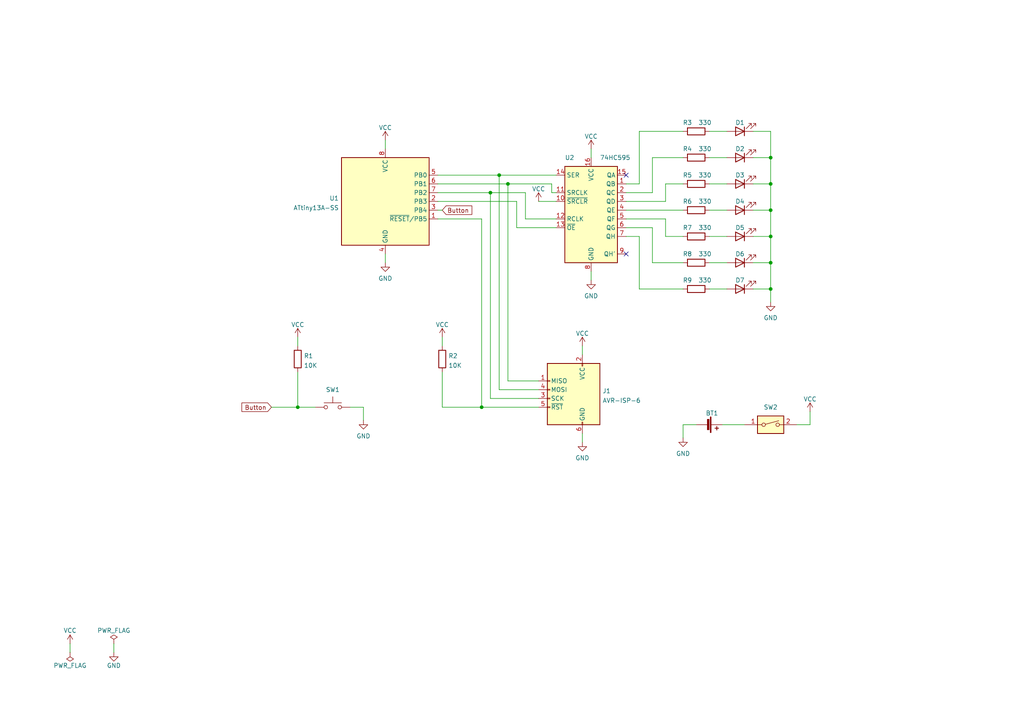
<source format=kicad_sch>
(kicad_sch (version 20211123) (generator eeschema)
  (paper "A4")
  (lib_symbols
    (symbol "74xx:74HC595"
      (property "Reference" "U" (at -7.62 13.97 0))
      (property "Value" "74HC595" (at -7.62 -16.51 0))
      (symbol "74HC595_1_0"
        (pin tri_state line (at 10.16 7.62 180) (length 2.54) (name "QB") (number "1"))
        (pin input line (at -10.16 2.54 0) (length 2.54) (name "~{SRCLR}") (number "10"))
        (pin input line (at -10.16 5.08 0) (length 2.54) (name "SRCLK") (number "11"))
        (pin input line (at -10.16 -2.54 0) (length 2.54) (name "RCLK") (number "12"))
        (pin input line (at -10.16 -5.08 0) (length 2.54) (name "~{OE}") (number "13"))
        (pin input line (at -10.16 10.16 0) (length 2.54) (name "SER") (number "14"))
        (pin tri_state line (at 10.16 10.16 180) (length 2.54) (name "QA") (number "15"))
        (pin power_in line (at 0 15.24 270) (length 2.54) (name "VCC") (number "16"))
        (pin tri_state line (at 10.16 5.08 180) (length 2.54) (name "QC") (number "2"))
        (pin tri_state line (at 10.16 2.54 180) (length 2.54) (name "QD") (number "3"))
        (pin tri_state line (at 10.16 0 180) (length 2.54) (name "QE") (number "4"))
        (pin tri_state line (at 10.16 -2.54 180) (length 2.54) (name "QF") (number "5"))
        (pin tri_state line (at 10.16 -5.08 180) (length 2.54) (name "QG") (number "6"))
        (pin tri_state line (at 10.16 -7.62 180) (length 2.54) (name "QH") (number "7"))
        (pin power_in line (at 0 -17.78 90) (length 2.54) (name "GND") (number "8"))
        (pin output line (at 10.16 -12.7 180) (length 2.54) (name "QH'") (number "9"))
      )
      (symbol "74HC595_1_1"
        (rectangle (start -7.62 12.7) (end 7.62 -15.24) (stroke (width 0.254)) (fill (type background)))
      )
    )
    (symbol "Connector:AVR-ISP-6" (pin_names (offset 1.016))
      (property "Reference" "J" (at -6.35 11.43 0))
      (property "Value" "AVR-ISP-6" (at 0 11.43 0))
      (symbol "AVR-ISP-6_0_1"
        (rectangle (start -2.667 -6.858) (end -2.413 -7.62))
        (rectangle (start -2.667 10.16) (end -2.413 9.398))
        (rectangle (start 7.62 -2.413) (end 6.858 -2.667))
        (rectangle (start 7.62 0.127) (end 6.858 -0.127))
        (rectangle (start 7.62 2.667) (end 6.858 2.413))
        (rectangle (start 7.62 5.207) (end 6.858 4.953))
        (rectangle (start 7.62 10.16) (end -7.62 -7.62) (stroke (width 0.254)) (fill (type background)))
      )
      (symbol "AVR-ISP-6_1_1"
        (pin passive line (at 10.16 5.08 180) (length 2.54) (name "MISO") (number "1"))
        (pin passive line (at -2.54 12.7 270) (length 2.54) (name "VCC") (number "2"))
        (pin passive line (at 10.16 0 180) (length 2.54) (name "SCK") (number "3"))
        (pin passive line (at 10.16 2.54 180) (length 2.54) (name "MOSI") (number "4"))
        (pin passive line (at 10.16 -2.54 180) (length 2.54) (name "~{RST}") (number "5"))
        (pin passive line (at -2.54 -10.16 90) (length 2.54) (name "GND") (number "6"))
      )
    )
    (symbol "Device:Battery_Cell" (pin_numbers hide) (pin_names (offset 0) hide)
      (property "Reference" "BT" (at 2.54 2.54 0))
      (property "Value" "Battery_Cell" (at 2.54 0 0))
      (symbol "Battery_Cell_0_1"
        (rectangle (start -2.286 1.778) (end 2.286 1.524) (fill (type outline)))
        (rectangle (start -1.5748 1.1938) (end 1.4732 0.6858) (fill (type outline)))
        (polyline (pts (xy 0 0.762) (xy 0 0)))
        (polyline (pts (xy 0 1.778) (xy 0 2.54)))
        (polyline (pts (xy 0.508 3.429) (xy 1.524 3.429)) (stroke (width 0.254)))
        (polyline (pts (xy 1.016 3.937) (xy 1.016 2.921)) (stroke (width 0.254)))
      )
      (symbol "Battery_Cell_1_1"
        (pin passive line (at 0 5.08 270) (length 2.54) (name "+") (number "1"))
        (pin passive line (at 0 -2.54 90) (length 2.54) (name "-") (number "2"))
      )
    )
    (symbol "Device:LED" (pin_numbers hide) (pin_names (offset 1.016) hide)
      (property "Reference" "D" (at 0 2.54 0))
      (property "Value" "LED" (at 0 -2.54 0))
      (symbol "LED_0_1"
        (polyline (pts (xy -1.27 -1.27) (xy -1.27 1.27)) (stroke (width 0.254)))
        (polyline (pts (xy -1.27 0) (xy 1.27 0)))
        (polyline (pts (xy 1.27 -1.27) (xy 1.27 1.27) (xy -1.27 0) (xy 1.27 -1.27)) (stroke (width 0.254)))
        (polyline (pts (xy -3.048 -0.762) (xy -4.572 -2.286) (xy -3.81 -2.286) (xy -4.572 -2.286) (xy -4.572 -1.524)))
        (polyline (pts (xy -1.778 -0.762) (xy -3.302 -2.286) (xy -2.54 -2.286) (xy -3.302 -2.286) (xy -3.302 -1.524)))
      )
      (symbol "LED_1_1"
        (pin passive line (at -3.81 0 0) (length 2.54) (name "K") (number "1"))
        (pin passive line (at 3.81 0 180) (length 2.54) (name "A") (number "2"))
      )
    )
    (symbol "Device:R" (pin_numbers hide) (pin_names (offset 0))
      (property "Reference" "R" (at 2.032 0 90))
      (property "Value" "R" (at 0 0 90))
      (symbol "R_0_1"
        (rectangle (start -1.016 -2.54) (end 1.016 2.54) (stroke (width 0.254)))
      )
      (symbol "R_1_1"
        (pin passive line (at 0 3.81 270) (length 1.27) (name "~") (number "1"))
        (pin passive line (at 0 -3.81 90) (length 1.27) (name "~") (number "2"))
      )
    )
    (symbol "MCU_Microchip_ATtiny:ATtiny13A-SS"
      (property "Reference" "U" (at -12.7 13.97 0))
      (property "Value" "ATtiny13A-SS" (at 2.54 -13.97 0))
      (symbol "ATtiny13A-SS_0_1"
        (rectangle (start -12.7 -12.7) (end 12.7 12.7) (stroke (width 0.254)) (fill (type background)))
      )
      (symbol "ATtiny13A-SS_1_1"
        (pin bidirectional line (at 15.24 -5.08 180) (length 2.54) (name "~{RESET}/PB5") (number "1"))
        (pin bidirectional line (at 15.24 0 180) (length 2.54) (name "PB3") (number "2"))
        (pin bidirectional line (at 15.24 -2.54 180) (length 2.54) (name "PB4") (number "3"))
        (pin power_in line (at 0 -15.24 90) (length 2.54) (name "GND") (number "4"))
        (pin bidirectional line (at 15.24 7.62 180) (length 2.54) (name "PB0") (number "5"))
        (pin bidirectional line (at 15.24 5.08 180) (length 2.54) (name "PB1") (number "6"))
        (pin bidirectional line (at 15.24 2.54 180) (length 2.54) (name "PB2") (number "7"))
        (pin power_in line (at 0 15.24 270) (length 2.54) (name "VCC") (number "8"))
      )
    )
    (symbol "Switch:SW_DIP_x01" (pin_names (offset 0) hide)
      (property "Reference" "SW" (at 0 3.81 0))
      (property "Value" "SW_DIP_x01" (at 0 -3.81 0))
      (symbol "SW_DIP_x01_0_0"
        (circle (center -2.032 0) (radius 0.508))
        (polyline (pts (xy -1.524 0.127) (xy 2.3622 1.1684)))
        (circle (center 2.032 0) (radius 0.508))
      )
      (symbol "SW_DIP_x01_0_1"
        (rectangle (start -3.81 2.54) (end 3.81 -2.54) (stroke (width 0.254)) (fill (type background)))
      )
      (symbol "SW_DIP_x01_1_1"
        (pin passive line (at -7.62 0 0) (length 5.08) (name "~") (number "1"))
        (pin passive line (at 7.62 0 180) (length 5.08) (name "~") (number "2"))
      )
    )
    (symbol "Switch:SW_Push" (pin_numbers hide) (pin_names (offset 1.016) hide)
      (property "Reference" "SW" (at 1.27 2.54 0))
      (property "Value" "SW_Push" (at 0 -1.524 0))
      (symbol "SW_Push_0_1"
        (circle (center -2.032 0) (radius 0.508))
        (polyline (pts (xy 0 1.27) (xy 0 3.048)))
        (polyline (pts (xy 2.54 1.27) (xy -2.54 1.27)))
        (circle (center 2.032 0) (radius 0.508))
        (pin passive line (at -5.08 0 0) (length 2.54) (name "1") (number "1"))
        (pin passive line (at 5.08 0 180) (length 2.54) (name "2") (number "2"))
      )
    )
    (symbol "power:GND" (power) (pin_names (offset 0))
      (property "Value" "GND" (at 0 -3.81 0))
      (symbol "GND_0_1"
        (polyline (pts (xy 0 0) (xy 0 -1.27) (xy 1.27 -1.27) (xy 0 -2.54) (xy -1.27 -1.27) (xy 0 -1.27)))
      )
      (symbol "GND_1_1"
        (pin power_in line (at 0 0 270) (length 0) hide (name "GND") (number "1"))
      )
    )
    (symbol "power:PWR_FLAG" (power) (pin_numbers hide) (pin_names (offset 0) hide)
      (property "Value" "PWR_FLAG" (at 0 3.81 0))
      (symbol "PWR_FLAG_0_0"
        (pin power_out line (at 0 0 90) (length 0) (name "pwr") (number "1"))
      )
      (symbol "PWR_FLAG_0_1"
        (polyline (pts (xy 0 0) (xy 0 1.27) (xy -1.016 1.905) (xy 0 2.54) (xy 1.016 1.905) (xy 0 1.27)))
      )
    )
    (symbol "power:VCC" (power) (pin_names (offset 0))
      (property "Value" "VCC" (at 0 3.81 0))
      (symbol "VCC_0_1"
        (polyline (pts (xy -0.762 1.27) (xy 0 2.54)))
        (polyline (pts (xy 0 0) (xy 0 2.54)))
        (polyline (pts (xy 0 2.54) (xy 0.762 1.27)))
      )
      (symbol "VCC_1_1"
        (pin power_in line (at 0 0 90) (length 0) hide (name "VCC") (number "1"))
      )
    )
  )
  (junction (at 223.52 83.82))
  (junction (at 86.36 118.11))
  (junction (at 139.7 118.11))
  (junction (at 147.32 53.34))
  (junction (at 223.52 45.72))
  (junction (at 223.52 76.2))
  (junction (at 144.78 50.8))
  (junction (at 223.52 53.34))
  (junction (at 142.24 55.88))
  (junction (at 223.52 60.96))
  (junction (at 223.52 68.58))
  (no_connect (at 181.61 73.66))
  (no_connect (at 181.61 50.8))
  (wire (pts (xy 205.74 83.82) (xy 210.82 83.82)))
  (wire (pts (xy 231.14 123.19) (xy 234.95 123.19)))
  (wire (pts (xy 218.44 38.1) (xy 223.52 38.1)))
  (wire (pts (xy 181.61 53.34) (xy 185.42 53.34)))
  (wire (pts (xy 205.74 38.1) (xy 210.82 38.1)))
  (wire (pts (xy 218.44 53.34) (xy 223.52 53.34)))
  (wire (pts (xy 198.12 127) (xy 198.12 123.19)))
  (wire (pts (xy 223.52 83.82) (xy 223.52 87.63)))
  (wire (pts (xy 218.44 83.82) (xy 223.52 83.82)))
  (wire (pts (xy 234.95 123.19) (xy 234.95 119.38)))
  (wire (pts (xy 181.61 55.88) (xy 189.23 55.88)))
  (wire (pts (xy 185.42 83.82) (xy 198.12 83.82)))
  (wire (pts (xy 193.04 58.42) (xy 193.04 53.34)))
  (wire (pts (xy 33.02 186.69) (xy 33.02 189.23)))
  (wire (pts (xy 185.42 38.1) (xy 198.12 38.1)))
  (wire (pts (xy 128.27 118.11) (xy 139.7 118.11)))
  (wire (pts (xy 181.61 66.04) (xy 189.23 66.04)))
  (wire (pts (xy 223.52 38.1) (xy 223.52 45.72)))
  (wire (pts (xy 144.78 50.8) (xy 161.29 50.8)))
  (wire (pts (xy 218.44 76.2) (xy 223.52 76.2)))
  (wire (pts (xy 205.74 68.58) (xy 210.82 68.58)))
  (wire (pts (xy 218.44 45.72) (xy 223.52 45.72)))
  (wire (pts (xy 105.41 118.11) (xy 101.6 118.11)))
  (wire (pts (xy 78.74 118.11) (xy 86.36 118.11)))
  (wire (pts (xy 189.23 66.04) (xy 189.23 76.2)))
  (wire (pts (xy 189.23 55.88) (xy 189.23 45.72)))
  (wire (pts (xy 156.21 58.42) (xy 161.29 58.42)))
  (wire (pts (xy 128.27 107.95) (xy 128.27 118.11)))
  (wire (pts (xy 160.02 55.88) (xy 161.29 55.88)))
  (wire (pts (xy 223.52 53.34) (xy 223.52 60.96)))
  (wire (pts (xy 171.45 78.74) (xy 171.45 81.28)))
  (wire (pts (xy 86.36 97.79) (xy 86.36 100.33)))
  (wire (pts (xy 205.74 60.96) (xy 210.82 60.96)))
  (wire (pts (xy 149.86 58.42) (xy 149.86 66.04)))
  (wire (pts (xy 156.21 113.03) (xy 144.78 113.03)))
  (wire (pts (xy 189.23 76.2) (xy 198.12 76.2)))
  (wire (pts (xy 160.02 53.34) (xy 160.02 55.88)))
  (wire (pts (xy 152.4 55.88) (xy 152.4 63.5)))
  (wire (pts (xy 111.76 73.66) (xy 111.76 76.2)))
  (wire (pts (xy 181.61 63.5) (xy 193.04 63.5)))
  (wire (pts (xy 127 60.96) (xy 128.27 60.96)))
  (wire (pts (xy 181.61 58.42) (xy 193.04 58.42)))
  (wire (pts (xy 142.24 55.88) (xy 152.4 55.88)))
  (wire (pts (xy 171.45 43.18) (xy 171.45 45.72)))
  (wire (pts (xy 127 63.5) (xy 139.7 63.5)))
  (wire (pts (xy 223.52 68.58) (xy 223.52 76.2)))
  (wire (pts (xy 142.24 115.57) (xy 142.24 55.88)))
  (wire (pts (xy 223.52 76.2) (xy 223.52 83.82)))
  (wire (pts (xy 218.44 68.58) (xy 223.52 68.58)))
  (wire (pts (xy 205.74 45.72) (xy 210.82 45.72)))
  (wire (pts (xy 127 50.8) (xy 144.78 50.8)))
  (wire (pts (xy 139.7 63.5) (xy 139.7 118.11)))
  (wire (pts (xy 193.04 68.58) (xy 198.12 68.58)))
  (wire (pts (xy 185.42 53.34) (xy 185.42 38.1)))
  (wire (pts (xy 105.41 121.92) (xy 105.41 118.11)))
  (wire (pts (xy 156.21 110.49) (xy 147.32 110.49)))
  (wire (pts (xy 209.55 123.19) (xy 215.9 123.19)))
  (wire (pts (xy 86.36 118.11) (xy 91.44 118.11)))
  (wire (pts (xy 189.23 45.72) (xy 198.12 45.72)))
  (wire (pts (xy 152.4 63.5) (xy 161.29 63.5)))
  (wire (pts (xy 223.52 45.72) (xy 223.52 53.34)))
  (wire (pts (xy 86.36 107.95) (xy 86.36 118.11)))
  (wire (pts (xy 193.04 63.5) (xy 193.04 68.58)))
  (wire (pts (xy 198.12 123.19) (xy 201.93 123.19)))
  (wire (pts (xy 168.91 100.33) (xy 168.91 102.87)))
  (wire (pts (xy 168.91 125.73) (xy 168.91 128.27)))
  (wire (pts (xy 127 53.34) (xy 147.32 53.34)))
  (wire (pts (xy 149.86 66.04) (xy 161.29 66.04)))
  (wire (pts (xy 20.32 186.69) (xy 20.32 189.23)))
  (wire (pts (xy 147.32 53.34) (xy 160.02 53.34)))
  (wire (pts (xy 193.04 53.34) (xy 198.12 53.34)))
  (wire (pts (xy 218.44 60.96) (xy 223.52 60.96)))
  (wire (pts (xy 147.32 110.49) (xy 147.32 53.34)))
  (wire (pts (xy 144.78 113.03) (xy 144.78 50.8)))
  (wire (pts (xy 127 55.88) (xy 142.24 55.88)))
  (wire (pts (xy 127 58.42) (xy 149.86 58.42)))
  (wire (pts (xy 111.76 40.64) (xy 111.76 43.18)))
  (wire (pts (xy 185.42 68.58) (xy 185.42 83.82)))
  (wire (pts (xy 128.27 97.79) (xy 128.27 100.33)))
  (wire (pts (xy 181.61 60.96) (xy 198.12 60.96)))
  (wire (pts (xy 205.74 53.34) (xy 210.82 53.34)))
  (wire (pts (xy 205.74 76.2) (xy 210.82 76.2)))
  (wire (pts (xy 156.21 115.57) (xy 142.24 115.57)))
  (wire (pts (xy 181.61 68.58) (xy 185.42 68.58)))
  (wire (pts (xy 139.7 118.11) (xy 156.21 118.11)))
  (wire (pts (xy 223.52 60.96) (xy 223.52 68.58)))
  (global_label "Button" (shape input) (at 128.27 60.96 0) (property "Intersheet References" "${INTERSHEET_REFS}" (effects hide)))
  (global_label "Button" (shape input) (at 78.74 118.11 180) (property "Intersheet References" "${INTERSHEET_REFS}" (effects hide)))
  (symbol (lib_id "Device:R") (at 201.93 53.34 270) (unit 1)
    (property "Reference" "R5" (at 199.39 50.8 90))
    (property "Value" "330" (at 204.47 50.8 90))
    (property "Footprint" "Resistor_SMD:R_1206_3216Metric_Pad1.30x1.75mm_HandSolder" (effects hide))
  )
  (symbol (lib_id "Device:R") (at 201.93 38.1 270) (unit 1)
    (property "Reference" "R3" (at 199.39 35.56 90))
    (property "Value" "330" (at 204.47 35.56 90))
    (property "Footprint" "Resistor_SMD:R_1206_3216Metric_Pad1.30x1.75mm_HandSolder" (effects hide))
  )
  (symbol (lib_id "Device:LED") (at 214.63 83.82 180) (unit 1)
    (property "Reference" "D7" (at 214.63 81.28 0))
    (property "Value" "LED" (effects hide))
    (property "Footprint" "LED_THT:LED_D3.0mm" (effects hide))
  )
  (symbol (lib_id "power:GND") (at 171.45 81.28 0) (unit 1)
    (property "Reference" "#PWR07" (effects hide))
    (property "Value" "GND" (at 171.45 85.8425 0))
  )
  (symbol (lib_id "power:GND") (at 111.76 76.2 0) (unit 1)
    (property "Reference" "#PWR04" (effects hide))
    (property "Value" "GND" (at 111.76 80.7625 0))
  )
  (symbol (lib_id "power:VCC") (at 234.95 119.38 0) (unit 1)
    (property "Reference" "#PWR012" (effects hide))
    (property "Value" "VCC" (at 234.95 115.7755 0))
  )
  (symbol (lib_id "Device:LED") (at 214.63 45.72 180) (unit 1)
    (property "Reference" "D2" (at 214.63 43.18 0))
    (property "Value" "LED" (effects hide))
    (property "Footprint" "LED_THT:LED_D3.0mm" (effects hide))
  )
  (symbol (lib_id "Device:LED") (at 214.63 60.96 180) (unit 1)
    (property "Reference" "D4" (at 214.63 58.42 0))
    (property "Value" "LED" (effects hide))
    (property "Footprint" "LED_THT:LED_D3.0mm" (effects hide))
  )
  (symbol (lib_id "power:VCC") (at 171.45 43.18 0) (unit 1)
    (property "Reference" "#PWR06" (effects hide))
    (property "Value" "VCC" (at 171.45 39.5755 0))
  )
  (symbol (lib_id "power:GND") (at 198.12 127 0) (unit 1)
    (property "Reference" "#PWR010" (effects hide))
    (property "Value" "GND" (at 198.12 131.5625 0))
  )
  (symbol (lib_id "power:GND") (at 33.02 189.23 0) (unit 1)
    (property "Reference" "#PWR013" (effects hide))
    (property "Value" "GND" (at 33.02 193.04 0))
  )
  (symbol (lib_id "Device:R") (at 201.93 60.96 270) (unit 1)
    (property "Reference" "R6" (at 199.39 58.42 90))
    (property "Value" "330" (at 204.47 58.42 90))
    (property "Footprint" "Resistor_SMD:R_1206_3216Metric_Pad1.30x1.75mm_HandSolder" (effects hide))
  )
  (symbol (lib_id "power:VCC") (at 128.27 97.79 0) (unit 1)
    (property "Reference" "#PWR05" (effects hide))
    (property "Value" "VCC" (at 128.27 94.1855 0))
  )
  (symbol (lib_id "Device:R") (at 201.93 76.2 270) (unit 1)
    (property "Reference" "R8" (at 199.39 73.66 90))
    (property "Value" "330" (at 204.47 73.66 90))
    (property "Footprint" "Resistor_SMD:R_1206_3216Metric_Pad1.30x1.75mm_HandSolder" (effects hide))
  )
  (symbol (lib_id "Device:Battery_Cell") (at 204.47 123.19 270) (unit 1)
    (property "Reference" "BT1" (at 206.502 119.8395 90))
    (property "Value" "Battery_Cell" (effects hide))
    (property "Footprint" "Battery:BatteryHolder_Keystone_3002_1x2032" (effects hide))
  )
  (symbol (lib_id "power:VCC") (at 111.76 40.64 0) (unit 1)
    (property "Reference" "#PWR03" (effects hide))
    (property "Value" "VCC" (at 111.76 37.0355 0))
  )
  (symbol (lib_id "Switch:SW_DIP_x01") (at 223.52 123.19 0) (unit 1)
    (property "Reference" "SW2" (at 223.52 118.11 0))
    (property "Value" "SW_DIP_x01" (effects hide))
    (property "Footprint" "Button_Switch_SMD:SW_DIP_SPSTx01_Slide_Copal_CHS-01B_W7.62mm_P1.27mm" (effects hide))
  )
  (symbol (lib_id "power:PWR_FLAG") (at 20.32 189.23 180) (unit 1)
    (property "Reference" "#FLG02" (effects hide))
    (property "Value" "PWR_FLAG" (at 20.32 193.04 0))
  )
  (symbol (lib_id "Device:R") (at 128.27 104.14 0) (unit 1)
    (property "Reference" "R2" (at 130.048 103.2315 0) (effects (justify left)))
    (property "Value" "10K" (at 130.048 106.0066 0) (effects (justify left)))
    (property "Footprint" "Resistor_SMD:R_1206_3216Metric_Pad1.30x1.75mm_HandSolder" (effects hide))
  )
  (symbol (lib_id "Device:LED") (at 214.63 38.1 180) (unit 1)
    (property "Reference" "D1" (at 214.63 35.56 0))
    (property "Value" "LED" (effects hide))
    (property "Footprint" "LED_THT:LED_D3.0mm" (effects hide))
  )
  (symbol (lib_id "MCU_Microchip_ATtiny:ATtiny13A-SS") (at 111.76 58.42 0) (unit 1)
    (property "Reference" "U1" (at 98.298 57.5115 0) (effects (justify right)))
    (property "Value" "ATtiny13A-SS" (at 98.298 60.2866 0) (effects (justify right)))
    (property "Footprint" "Package_SO:SOIC-8_3.9x4.9mm_P1.27mm" (effects hide))
    (property "Datasheet" "http://ww1.microchip.com/downloads/en/DeviceDoc/doc8126.pdf" (effects hide))
  )
  (symbol (lib_id "Device:LED") (at 214.63 76.2 180) (unit 1)
    (property "Reference" "D6" (at 214.63 73.66 0))
    (property "Value" "LED" (effects hide))
    (property "Footprint" "LED_THT:LED_D3.0mm" (effects hide))
  )
  (symbol (lib_id "Connector:AVR-ISP-6") (at 166.37 115.57 0) (mirror y) (unit 1)
    (property "Reference" "J1" (at 174.752 113.3915 0) (effects (justify right)))
    (property "Value" "AVR-ISP-6" (at 174.752 116.1666 0) (effects (justify right)))
    (property "Footprint" "Connector_PinHeader_2.54mm:PinHeader_2x03_P2.54mm_Vertical" (effects hide))
    (property "Datasheet" " ~" (effects hide))
  )
  (symbol (lib_id "power:GND") (at 223.52 87.63 0) (unit 1)
    (property "Reference" "#PWR011" (effects hide))
    (property "Value" "GND" (at 223.52 92.1925 0))
  )
  (symbol (lib_id "Device:R") (at 86.36 104.14 0) (unit 1)
    (property "Reference" "R1" (at 88.138 103.2315 0) (effects (justify left)))
    (property "Value" "10K" (at 88.138 106.0066 0) (effects (justify left)))
    (property "Footprint" "Resistor_SMD:R_1206_3216Metric_Pad1.30x1.75mm_HandSolder" (effects hide))
  )
  (symbol (lib_id "power:GND") (at 168.91 128.27 0) (unit 1)
    (property "Reference" "#PWR09" (effects hide))
    (property "Value" "GND" (at 168.91 132.8325 0))
  )
  (symbol (lib_id "power:GND") (at 105.41 121.92 0) (unit 1)
    (property "Reference" "#PWR02" (effects hide))
    (property "Value" "GND" (at 105.41 126.4825 0))
  )
  (symbol (lib_id "74xx:74HC595") (at 171.45 60.96 0) (unit 1)
    (property "Reference" "U2" (at 163.83 45.72 0) (effects (justify left)))
    (property "Value" "74HC595" (at 173.99 45.72 0) (effects (justify left)))
    (property "Footprint" "Package_SO:SOIC-16_3.9x9.9mm_P1.27mm" (effects hide))
    (property "Datasheet" "http://www.ti.com/lit/ds/symlink/sn74hc595.pdf" (effects hide))
  )
  (symbol (lib_id "power:VCC") (at 86.36 97.79 0) (unit 1)
    (property "Reference" "#PWR01" (effects hide))
    (property "Value" "VCC" (at 86.36 94.1855 0))
  )
  (symbol (lib_id "Device:R") (at 201.93 68.58 270) (unit 1)
    (property "Reference" "R7" (at 199.39 66.04 90))
    (property "Value" "330" (at 204.47 66.04 90))
    (property "Footprint" "Resistor_SMD:R_1206_3216Metric_Pad1.30x1.75mm_HandSolder" (effects hide))
  )
  (symbol (lib_id "Device:R") (at 201.93 83.82 270) (unit 1)
    (property "Reference" "R9" (at 199.39 81.28 90))
    (property "Value" "330" (at 204.47 81.28 90))
    (property "Footprint" "Resistor_SMD:R_1206_3216Metric_Pad1.30x1.75mm_HandSolder" (effects hide))
  )
  (symbol (lib_id "Device:LED") (at 214.63 68.58 180) (unit 1)
    (property "Reference" "D5" (at 214.63 66.04 0))
    (property "Value" "LED" (effects hide))
    (property "Footprint" "LED_THT:LED_D3.0mm" (effects hide))
  )
  (symbol (lib_id "Device:R") (at 201.93 45.72 270) (unit 1)
    (property "Reference" "R4" (at 199.39 43.18 90))
    (property "Value" "330" (at 204.47 43.18 90))
    (property "Footprint" "Resistor_SMD:R_1206_3216Metric_Pad1.30x1.75mm_HandSolder" (effects hide))
  )
  (symbol (lib_id "Device:LED") (at 214.63 53.34 180) (unit 1)
    (property "Reference" "D3" (at 214.63 50.8 0))
    (property "Value" "LED" (effects hide))
    (property "Footprint" "LED_THT:LED_D3.0mm" (effects hide))
  )
  (symbol (lib_id "power:VCC") (at 168.91 100.33 0) (unit 1)
    (property "Reference" "#PWR08" (effects hide))
    (property "Value" "VCC" (at 168.91 96.7255 0))
  )
  (symbol (lib_id "Switch:SW_Push") (at 96.52 118.11 0) (unit 1)
    (property "Reference" "SW1" (at 96.52 113.03 0))
    (property "Value" "SW_Push" (effects hide))
    (property "Footprint" "Button_Switch_SMD:SW_Push_1P1T_NO_6x6mm_H9.5mm" (effects hide))
  )
  (symbol (lib_id "power:VCC") (at 20.32 186.69 0) (unit 1)
    (property "Reference" "#PWR014" (effects hide))
    (property "Value" "VCC" (at 20.32 182.88 0))
  )
  (symbol (lib_id "power:PWR_FLAG") (at 33.02 186.69 0) (unit 1)
    (property "Reference" "#FLG01" (effects hide))
    (property "Value" "PWR_FLAG" (at 33.02 182.88 0))
  )
  (symbol (lib_id "power:VCC") (at 156.21 58.42 0) (unit 1)
    (property "Reference" "#PWR?" (effects hide))
    (property "Value" "VCC" (at 156.21 54.8155 0))
  )
)
</source>
